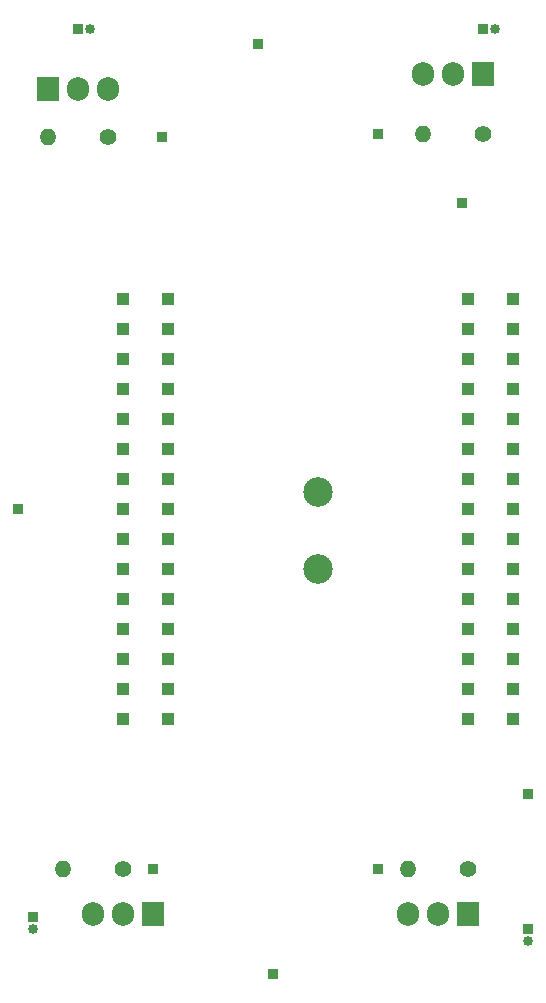
<source format=gbr>
%TF.GenerationSoftware,KiCad,Pcbnew,(5.1.10)-1*%
%TF.CreationDate,2021-10-03T01:52:35+02:00*%
%TF.ProjectId,no 1,6e6f2031-2e6b-4696-9361-645f70636258,rev?*%
%TF.SameCoordinates,Original*%
%TF.FileFunction,Soldermask,Bot*%
%TF.FilePolarity,Negative*%
%FSLAX46Y46*%
G04 Gerber Fmt 4.6, Leading zero omitted, Abs format (unit mm)*
G04 Created by KiCad (PCBNEW (5.1.10)-1) date 2021-10-03 01:52:35*
%MOMM*%
%LPD*%
G01*
G04 APERTURE LIST*
%ADD10O,1.400000X1.400000*%
%ADD11C,1.400000*%
%ADD12R,0.850000X0.850000*%
%ADD13C,2.500000*%
%ADD14R,1.000000X1.000000*%
%ADD15R,1.905000X2.000000*%
%ADD16O,1.905000X2.000000*%
%ADD17O,0.850000X0.850000*%
G04 APERTURE END LIST*
D10*
%TO.C,R2*%
X194310000Y-76454000D03*
D11*
X199390000Y-76454000D03*
%TD*%
D12*
%TO.C,J5*%
X203962000Y-76454000D03*
%TD*%
%TO.C,J13*%
X229362000Y-82042000D03*
%TD*%
D13*
%TO.C,H2*%
X217170000Y-106480000D03*
%TD*%
%TO.C,H1*%
X217170000Y-113030000D03*
%TD*%
D14*
%TO.C,J13*%
X200660000Y-95250000D03*
%TD*%
%TO.C,J13*%
X204470000Y-95250000D03*
%TD*%
%TO.C,J13*%
X200660000Y-97790000D03*
%TD*%
%TO.C,J13*%
X204470000Y-97790000D03*
%TD*%
%TO.C,J14*%
X233680000Y-107950000D03*
%TD*%
%TO.C,J14*%
X233680000Y-110490000D03*
%TD*%
%TO.C,J14*%
X233680000Y-113030000D03*
%TD*%
%TO.C,J14*%
X233680000Y-115570000D03*
%TD*%
%TO.C,J14*%
X233680000Y-95250000D03*
%TD*%
%TO.C,J14*%
X233680000Y-92710000D03*
%TD*%
%TO.C,J14*%
X233680000Y-90170000D03*
%TD*%
%TO.C,J14*%
X233680000Y-118110000D03*
%TD*%
%TO.C,J14*%
X233680000Y-120650000D03*
%TD*%
%TO.C,J14*%
X233680000Y-123190000D03*
%TD*%
%TO.C,J14*%
X233680000Y-125730000D03*
%TD*%
%TO.C,J14*%
X229870000Y-115570000D03*
%TD*%
%TO.C,J14*%
X229870000Y-118110000D03*
%TD*%
%TO.C,J14*%
X229870000Y-120650000D03*
%TD*%
%TO.C,J14*%
X229870000Y-123190000D03*
%TD*%
%TO.C,J14*%
X229870000Y-125730000D03*
%TD*%
%TO.C,J14*%
X200660000Y-115570000D03*
%TD*%
%TO.C,J14*%
X200660000Y-120650000D03*
%TD*%
%TO.C,J14*%
X200660000Y-125730000D03*
%TD*%
%TO.C,J14*%
X200660000Y-118110000D03*
%TD*%
%TO.C,J14*%
X200660000Y-123190000D03*
%TD*%
%TO.C,J14*%
X204470000Y-107950000D03*
%TD*%
%TO.C,J14*%
X204470000Y-110490000D03*
%TD*%
%TO.C,J14*%
X204470000Y-113030000D03*
%TD*%
%TO.C,J14*%
X204470000Y-115570000D03*
%TD*%
%TO.C,J14*%
X204470000Y-92710000D03*
%TD*%
%TO.C,J14*%
X204470000Y-118110000D03*
%TD*%
%TO.C,J14*%
X204470000Y-123190000D03*
%TD*%
%TO.C,J14*%
X204470000Y-125730000D03*
%TD*%
%TO.C,J14*%
X204470000Y-120650000D03*
%TD*%
%TO.C,J14*%
X204470000Y-90170000D03*
%TD*%
%TO.C,J13*%
X229870000Y-100330000D03*
%TD*%
%TO.C,J13*%
X229870000Y-102870000D03*
%TD*%
%TO.C,J13*%
X229870000Y-105410000D03*
%TD*%
%TO.C,J13*%
X229870000Y-95250000D03*
%TD*%
%TO.C,J13*%
X229870000Y-92710000D03*
%TD*%
%TO.C,J13*%
X229870000Y-90170000D03*
%TD*%
%TO.C,J13*%
X229870000Y-107950000D03*
%TD*%
%TO.C,J13*%
X229870000Y-110490000D03*
%TD*%
%TO.C,J13*%
X229870000Y-113030000D03*
%TD*%
%TO.C,J13*%
X200660000Y-100330000D03*
%TD*%
%TO.C,J13*%
X200660000Y-105410000D03*
%TD*%
%TO.C,J13*%
X200660000Y-102870000D03*
%TD*%
%TO.C,J13*%
X200660000Y-90170000D03*
%TD*%
%TO.C,J13*%
X200660000Y-92710000D03*
%TD*%
%TO.C,J13*%
X200660000Y-110490000D03*
%TD*%
%TO.C,J13*%
X200660000Y-113030000D03*
%TD*%
%TO.C,J13*%
X200660000Y-107950000D03*
%TD*%
%TO.C,J13*%
X229870000Y-97790000D03*
%TD*%
%TO.C,J13*%
X233680000Y-97790000D03*
%TD*%
%TO.C,J13*%
X233680000Y-100330000D03*
%TD*%
%TO.C,J13*%
X233680000Y-102870000D03*
%TD*%
%TO.C,J13*%
X233680000Y-105410000D03*
%TD*%
%TO.C,J13*%
X204470000Y-100330000D03*
%TD*%
%TO.C,J13*%
X204470000Y-102870000D03*
%TD*%
%TO.C,J13*%
X204470000Y-105410000D03*
%TD*%
D15*
%TO.C,Q4*%
X231140000Y-71120000D03*
D16*
X228600000Y-71120000D03*
X226060000Y-71120000D03*
%TD*%
D17*
%TO.C,J1*%
X193040000Y-143510000D03*
D12*
X193040000Y-142510000D03*
%TD*%
%TO.C,J2*%
X196850000Y-67310000D03*
D17*
X197850000Y-67310000D03*
%TD*%
D12*
%TO.C,J3*%
X191770000Y-107950000D03*
%TD*%
%TO.C,J4*%
X203200000Y-138430000D03*
%TD*%
%TO.C,J6*%
X213360000Y-147320000D03*
%TD*%
%TO.C,J7*%
X212090000Y-68580000D03*
%TD*%
%TO.C,J8*%
X222250000Y-76200000D03*
%TD*%
%TO.C,J9*%
X222250000Y-138430000D03*
%TD*%
%TO.C,J10*%
X234950000Y-132080000D03*
%TD*%
D17*
%TO.C,J11*%
X232140000Y-67310000D03*
D12*
X231140000Y-67310000D03*
%TD*%
%TO.C,J12*%
X234950000Y-143510000D03*
D17*
X234950000Y-144510000D03*
%TD*%
D15*
%TO.C,Q1*%
X203200000Y-142240000D03*
D16*
X200660000Y-142240000D03*
X198120000Y-142240000D03*
%TD*%
%TO.C,Q2*%
X199390000Y-72390000D03*
X196850000Y-72390000D03*
D15*
X194310000Y-72390000D03*
%TD*%
%TO.C,Q3*%
X229870000Y-142240000D03*
D16*
X227330000Y-142240000D03*
X224790000Y-142240000D03*
%TD*%
D10*
%TO.C,R1*%
X195580000Y-138430000D03*
D11*
X200660000Y-138430000D03*
%TD*%
%TO.C,R3*%
X229870000Y-138430000D03*
D10*
X224790000Y-138430000D03*
%TD*%
%TO.C,R4*%
X226060000Y-76200000D03*
D11*
X231140000Y-76200000D03*
%TD*%
M02*

</source>
